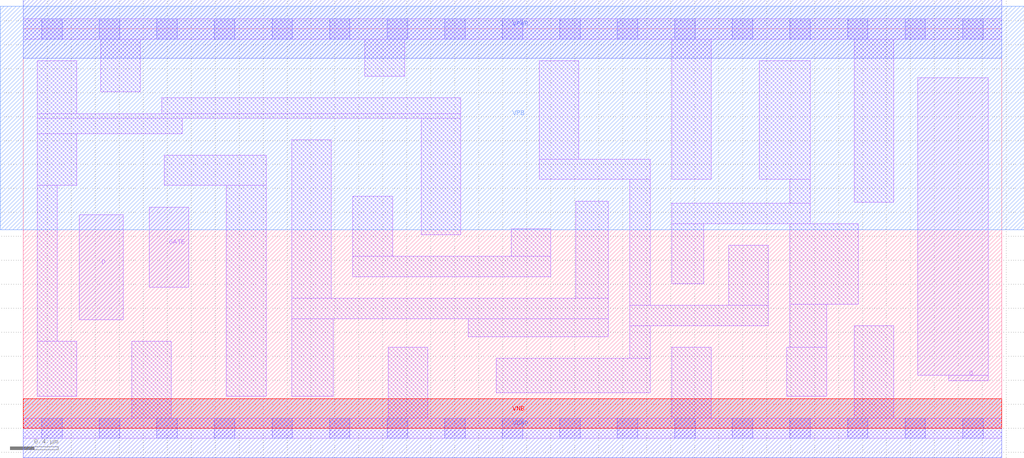
<source format=lef>
# Copyright 2020 The SkyWater PDK Authors
#
# Licensed under the Apache License, Version 2.0 (the "License");
# you may not use this file except in compliance with the License.
# You may obtain a copy of the License at
#
#     https://www.apache.org/licenses/LICENSE-2.0
#
# Unless required by applicable law or agreed to in writing, software
# distributed under the License is distributed on an "AS IS" BASIS,
# WITHOUT WARRANTIES OR CONDITIONS OF ANY KIND, either express or implied.
# See the License for the specific language governing permissions and
# limitations under the License.
#
# SPDX-License-Identifier: Apache-2.0

VERSION 5.7 ;
  NOWIREEXTENSIONATPIN ON ;
  DIVIDERCHAR "/" ;
  BUSBITCHARS "[]" ;
MACRO sky130_fd_sc_lp__dlxtp_lp2
  CLASS CORE ;
  FOREIGN sky130_fd_sc_lp__dlxtp_lp2 ;
  ORIGIN  0.000000  0.000000 ;
  SIZE  8.160000 BY  3.330000 ;
  SYMMETRY X Y R90 ;
  SITE unit ;
  PIN D
    ANTENNAGATEAREA  0.376000 ;
    DIRECTION INPUT ;
    USE SIGNAL ;
    PORT
      LAYER li1 ;
        RECT 0.465000 0.905000 0.835000 1.780000 ;
    END
  END D
  PIN Q
    ANTENNADIFFAREA  0.402600 ;
    DIRECTION OUTPUT ;
    USE SIGNAL ;
    PORT
      LAYER li1 ;
        RECT 7.460000 0.440000 8.050000 2.925000 ;
        RECT 7.720000 0.395000 8.050000 0.440000 ;
    END
  END Q
  PIN GATE
    ANTENNAGATEAREA  0.376000 ;
    DIRECTION INPUT ;
    USE CLOCK ;
    PORT
      LAYER li1 ;
        RECT 1.050000 1.175000 1.380000 1.845000 ;
    END
  END GATE
  PIN VGND
    DIRECTION INOUT ;
    USE GROUND ;
    PORT
      LAYER met1 ;
        RECT 0.000000 -0.245000 8.160000 0.245000 ;
    END
  END VGND
  PIN VNB
    DIRECTION INOUT ;
    USE GROUND ;
    PORT
      LAYER pwell ;
        RECT 0.000000 0.000000 8.160000 0.245000 ;
    END
  END VNB
  PIN VPB
    DIRECTION INOUT ;
    USE POWER ;
    PORT
      LAYER nwell ;
        RECT -0.190000 1.655000 8.350000 3.520000 ;
    END
  END VPB
  PIN VPWR
    DIRECTION INOUT ;
    USE POWER ;
    PORT
      LAYER met1 ;
        RECT 0.000000 3.085000 8.160000 3.575000 ;
    END
  END VPWR
  OBS
    LAYER li1 ;
      RECT 0.000000 -0.085000 8.160000 0.085000 ;
      RECT 0.000000  3.245000 8.160000 3.415000 ;
      RECT 0.115000  0.265000 0.445000 0.725000 ;
      RECT 0.115000  0.725000 0.285000 2.025000 ;
      RECT 0.115000  2.025000 0.445000 2.455000 ;
      RECT 0.115000  2.455000 1.325000 2.585000 ;
      RECT 0.115000  2.585000 3.650000 2.625000 ;
      RECT 0.115000  2.625000 0.445000 3.065000 ;
      RECT 0.645000  2.805000 0.975000 3.245000 ;
      RECT 0.905000  0.085000 1.235000 0.725000 ;
      RECT 1.155000  2.625000 3.650000 2.755000 ;
      RECT 1.175000  2.025000 2.025000 2.275000 ;
      RECT 1.695000  0.265000 2.025000 2.025000 ;
      RECT 2.240000  0.265000 2.585000 0.915000 ;
      RECT 2.240000  0.915000 4.880000 1.085000 ;
      RECT 2.240000  1.085000 2.570000 2.405000 ;
      RECT 2.750000  1.265000 4.400000 1.435000 ;
      RECT 2.750000  1.435000 3.080000 1.935000 ;
      RECT 2.850000  2.935000 3.180000 3.245000 ;
      RECT 3.045000  0.085000 3.375000 0.675000 ;
      RECT 3.320000  1.615000 3.650000 2.585000 ;
      RECT 3.710000  0.765000 4.880000 0.915000 ;
      RECT 3.945000  0.295000 5.230000 0.585000 ;
      RECT 4.070000  1.435000 4.400000 1.665000 ;
      RECT 4.305000  2.075000 5.230000 2.245000 ;
      RECT 4.305000  2.245000 4.635000 3.065000 ;
      RECT 4.610000  1.085000 4.880000 1.895000 ;
      RECT 5.060000  0.585000 5.230000 0.855000 ;
      RECT 5.060000  0.855000 6.215000 1.025000 ;
      RECT 5.060000  1.025000 5.230000 2.075000 ;
      RECT 5.410000  0.085000 5.740000 0.675000 ;
      RECT 5.410000  1.205000 5.675000 1.705000 ;
      RECT 5.410000  1.705000 6.565000 1.875000 ;
      RECT 5.410000  2.075000 5.740000 3.245000 ;
      RECT 5.885000  1.025000 6.215000 1.525000 ;
      RECT 6.140000  2.075000 6.565000 3.065000 ;
      RECT 6.370000  0.265000 6.700000 0.675000 ;
      RECT 6.395000  0.675000 6.700000 1.035000 ;
      RECT 6.395000  1.035000 6.965000 1.705000 ;
      RECT 6.395000  1.875000 6.565000 2.075000 ;
      RECT 6.930000  0.085000 7.260000 0.855000 ;
      RECT 6.930000  1.885000 7.260000 3.245000 ;
    LAYER mcon ;
      RECT 0.155000 -0.085000 0.325000 0.085000 ;
      RECT 0.155000  3.245000 0.325000 3.415000 ;
      RECT 0.635000 -0.085000 0.805000 0.085000 ;
      RECT 0.635000  3.245000 0.805000 3.415000 ;
      RECT 1.115000 -0.085000 1.285000 0.085000 ;
      RECT 1.115000  3.245000 1.285000 3.415000 ;
      RECT 1.595000 -0.085000 1.765000 0.085000 ;
      RECT 1.595000  3.245000 1.765000 3.415000 ;
      RECT 2.075000 -0.085000 2.245000 0.085000 ;
      RECT 2.075000  3.245000 2.245000 3.415000 ;
      RECT 2.555000 -0.085000 2.725000 0.085000 ;
      RECT 2.555000  3.245000 2.725000 3.415000 ;
      RECT 3.035000 -0.085000 3.205000 0.085000 ;
      RECT 3.035000  3.245000 3.205000 3.415000 ;
      RECT 3.515000 -0.085000 3.685000 0.085000 ;
      RECT 3.515000  3.245000 3.685000 3.415000 ;
      RECT 3.995000 -0.085000 4.165000 0.085000 ;
      RECT 3.995000  3.245000 4.165000 3.415000 ;
      RECT 4.475000 -0.085000 4.645000 0.085000 ;
      RECT 4.475000  3.245000 4.645000 3.415000 ;
      RECT 4.955000 -0.085000 5.125000 0.085000 ;
      RECT 4.955000  3.245000 5.125000 3.415000 ;
      RECT 5.435000 -0.085000 5.605000 0.085000 ;
      RECT 5.435000  3.245000 5.605000 3.415000 ;
      RECT 5.915000 -0.085000 6.085000 0.085000 ;
      RECT 5.915000  3.245000 6.085000 3.415000 ;
      RECT 6.395000 -0.085000 6.565000 0.085000 ;
      RECT 6.395000  3.245000 6.565000 3.415000 ;
      RECT 6.875000 -0.085000 7.045000 0.085000 ;
      RECT 6.875000  3.245000 7.045000 3.415000 ;
      RECT 7.355000 -0.085000 7.525000 0.085000 ;
      RECT 7.355000  3.245000 7.525000 3.415000 ;
      RECT 7.835000 -0.085000 8.005000 0.085000 ;
      RECT 7.835000  3.245000 8.005000 3.415000 ;
  END
END sky130_fd_sc_lp__dlxtp_lp2
END LIBRARY

</source>
